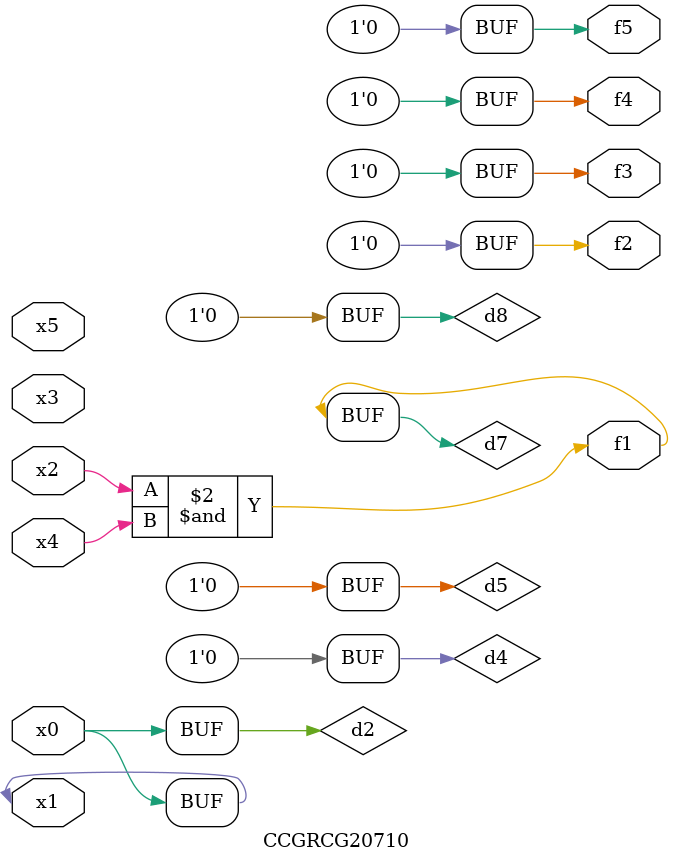
<source format=v>
module CCGRCG20710(
	input x0, x1, x2, x3, x4, x5,
	output f1, f2, f3, f4, f5
);

	wire d1, d2, d3, d4, d5, d6, d7, d8, d9;

	nand (d1, x1);
	buf (d2, x0, x1);
	nand (d3, x2, x4);
	and (d4, d1, d2);
	and (d5, d1, d2);
	nand (d6, d1, d3);
	not (d7, d3);
	xor (d8, d5);
	nor (d9, d5, d6);
	assign f1 = d7;
	assign f2 = d8;
	assign f3 = d8;
	assign f4 = d8;
	assign f5 = d8;
endmodule

</source>
